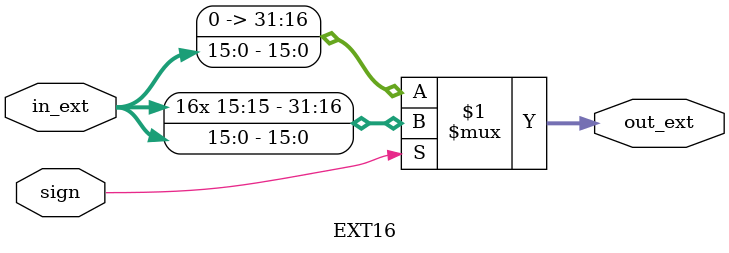
<source format=v>

module EXT16(
    input [15:0] in_ext,
    input sign,
    output [31:0] out_ext
);
    parameter WIDTH=16;
    assign out_ext=sign?{{(32-WIDTH){in_ext[WIDTH-1]}},in_ext}:
                        {{(32-WIDTH){1'b0}},in_ext};
endmodule

</source>
